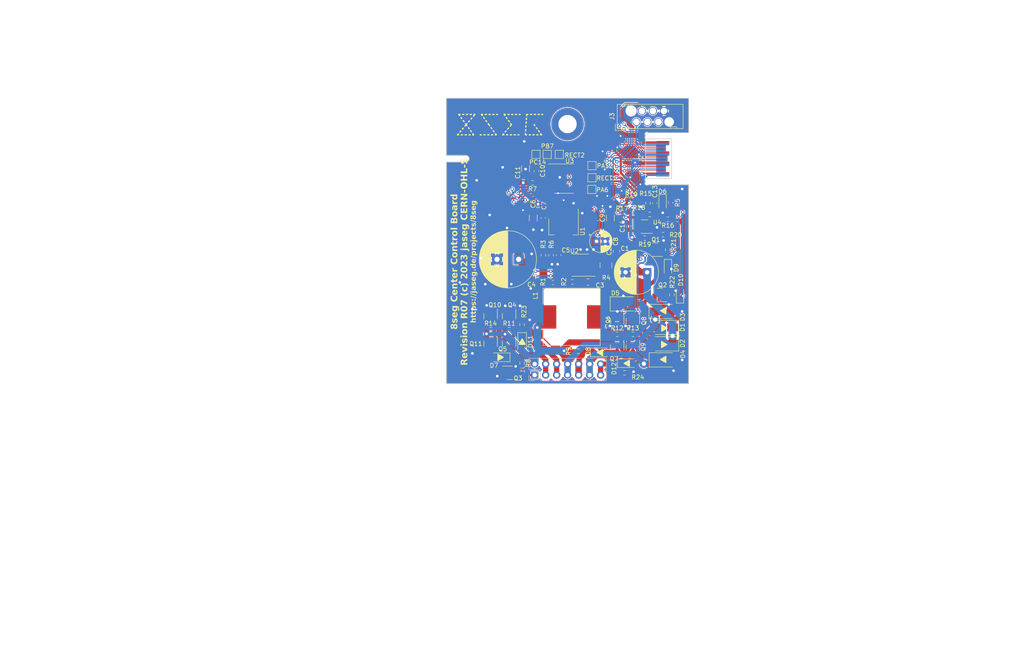
<source format=kicad_pcb>
(kicad_pcb (version 20230913) (generator pcbnew)

  (general
    (thickness 1.6)
  )

  (paper "A4")
  (layers
    (0 "F.Cu" signal)
    (31 "B.Cu" signal)
    (32 "B.Adhes" user "B.Adhesive")
    (33 "F.Adhes" user "F.Adhesive")
    (34 "B.Paste" user)
    (35 "F.Paste" user)
    (36 "B.SilkS" user "B.Silkscreen")
    (37 "F.SilkS" user "F.Silkscreen")
    (38 "B.Mask" user)
    (39 "F.Mask" user)
    (40 "Dwgs.User" user "User.Drawings")
    (41 "Cmts.User" user "User.Comments")
    (42 "Eco1.User" user "User.Eco1")
    (43 "Eco2.User" user "User.Eco2")
    (44 "Edge.Cuts" user)
    (45 "Margin" user)
    (46 "B.CrtYd" user "B.Courtyard")
    (47 "F.CrtYd" user "F.Courtyard")
    (48 "B.Fab" user)
    (49 "F.Fab" user)
    (50 "User.1" user)
  )

  (setup
    (stackup
      (layer "F.SilkS" (type "Top Silk Screen"))
      (layer "F.Paste" (type "Top Solder Paste"))
      (layer "F.Mask" (type "Top Solder Mask") (thickness 0.01))
      (layer "F.Cu" (type "copper") (thickness 0.035))
      (layer "dielectric 1" (type "core") (thickness 1.51) (material "FR4") (epsilon_r 4.5) (loss_tangent 0.02))
      (layer "B.Cu" (type "copper") (thickness 0.035))
      (layer "B.Mask" (type "Bottom Solder Mask") (thickness 0.01))
      (layer "B.Paste" (type "Bottom Solder Paste"))
      (layer "B.SilkS" (type "Bottom Silk Screen"))
      (copper_finish "None")
      (dielectric_constraints no)
    )
    (pad_to_mask_clearance 0)
    (pcbplotparams
      (layerselection 0x00010fc_ffffffff)
      (plot_on_all_layers_selection 0x0000000_00000000)
      (disableapertmacros false)
      (usegerberextensions false)
      (usegerberattributes false)
      (usegerberadvancedattributes false)
      (creategerberjobfile false)
      (dashed_line_dash_ratio 12.000000)
      (dashed_line_gap_ratio 3.000000)
      (svgprecision 6)
      (plotframeref false)
      (viasonmask false)
      (mode 1)
      (useauxorigin false)
      (hpglpennumber 1)
      (hpglpenspeed 20)
      (hpglpendiameter 15.000000)
      (pdf_front_fp_property_popups true)
      (pdf_back_fp_property_popups true)
      (dxfpolygonmode true)
      (dxfimperialunits true)
      (dxfusepcbnewfont true)
      (psnegative false)
      (psa4output false)
      (plotreference true)
      (plotvalue true)
      (plotfptext true)
      (plotinvisibletext false)
      (sketchpadsonfab false)
      (subtractmaskfromsilk false)
      (outputformat 1)
      (mirror false)
      (drillshape 0)
      (scaleselection 1)
      (outputdirectory "gerber")
    )
  )

  (property "board_date" "2023-11-04")
  (property "board_rev" "R07")

  (net 0 "")
  (net 1 "+12V")
  (net 2 "GND")
  (net 3 "+3V3")
  (net 4 "Net-(Q4-D)")
  (net 5 "Net-(D5-K)")
  (net 6 "Net-(U2-FB)")
  (net 7 "/Vmeas_A")
  (net 8 "Net-(Q6-D)")
  (net 9 "/CH2")
  (net 10 "/CH3")
  (net 11 "/Q2")
  (net 12 "/Q0")
  (net 13 "/Q3")
  (net 14 "/Q1")
  (net 15 "/SWCLK")
  (net 16 "/SWDIO")
  (net 17 "/CH0")
  (net 18 "/LOAD")
  (net 19 "/CH1")
  (net 20 "+VSW")
  (net 21 "Net-(Q8-D)")
  (net 22 "/LED_K")
  (net 23 "Net-(Q10-D)")
  (net 24 "/C1")
  (net 25 "/ILIM")
  (net 26 "/DBG1")
  (net 27 "Net-(C3-Pad1)")
  (net 28 "/DBG2")
  (net 29 "/TX_POK")
  (net 30 "/TX_EN")
  (net 31 "/Vdiff")
  (net 32 "/RECT1")
  (net 33 "/RECT2")
  (net 34 "Net-(U2-BS)")
  (net 35 "/C2")
  (net 36 "Net-(U4-+)")
  (net 37 "Net-(U4--)")
  (net 38 "Net-(D7-A)")
  (net 39 "Net-(D8-A)")
  (net 40 "Net-(D11-A)")
  (net 41 "Net-(D12-A)")
  (net 42 "/NRST")
  (net 43 "Net-(U3-PA12{slash}PA10)")
  (net 44 "Net-(U3-PC14{slash}PB9)")
  (net 45 "unconnected-(J2-Pin_2-Pad2)")

  (footprint "Capacitor_SMD:C_1206_3216Metric" (layer "F.Cu") (at 170.075 94.71 -90))

  (footprint "Capacitor_SMD:C_0603_1608Metric" (layer "F.Cu") (at 172.4 94.71 -90))

  (footprint "Capacitor_SMD:C_1206_3216Metric" (layer "F.Cu") (at 187.9 94.7 90))

  (footprint "Capacitor_SMD:C_0603_1608Metric" (layer "F.Cu") (at 170.811641 83.85 -90))

  (footprint "Diode_SMD:D_SMA" (layer "F.Cu") (at 200.270651 123.8 180))

  (footprint "Resistor_SMD:R_0603_1608Metric_Pad1.05x0.95mm_HandSolder" (layer "F.Cu") (at 201.85 91.175 90))

  (footprint "Resistor_SMD:R_0603_1608Metric" (layer "F.Cu") (at 169.925 86.563359 180))

  (footprint "Package_TO_SOT_SMD:SOT-223" (layer "F.Cu") (at 177.075 96.71 -90))

  (footprint "Capacitor_THT:CP_Radial_D5.0mm_P2.00mm" (layer "F.Cu") (at 184.7 100.1))

  (footprint "Capacitor_THT:CP_Radial_D13.0mm_P5.00mm" (layer "F.Cu") (at 166.7 104.260774 180))

  (footprint "Diode_SMD:D_SMA" (layer "F.Cu") (at 200.270651 120 180))

  (footprint "Diode_SMD:D_SMA" (layer "F.Cu") (at 200.220651 116.3))

  (footprint "Diode_SMD:D_SMA" (layer "F.Cu") (at 200.270651 127.5))

  (footprint "Diode_SMD:D_SMA" (layer "F.Cu") (at 191.255 114.56))

  (footprint "Capacitor_SMD:C_0603_1608Metric" (layer "F.Cu") (at 175.95 103.292956 -90))

  (footprint "Resistor_SMD:R_0603_1608Metric" (layer "F.Cu") (at 179.1 109.492956 180))

  (footprint "Resistor_SMD:R_0603_1608Metric" (layer "F.Cu") (at 172.407044 103.292956 90))

  (footprint "Resistor_SMD:R_0603_1608Metric" (layer "F.Cu") (at 174.2 103.292956 -90))

  (footprint "Resistor_SMD:R_0603_1608Metric_Pad1.05x0.95mm_HandSolder" (layer "F.Cu") (at 174.615 109.63))

  (footprint "Inductor_SMD:L_Neosid_SM-NE127_HandSoldering" (layer "F.Cu") (at 178.95 117.575))

  (footprint "Package_SO:SOIC-8-1EP_3.9x4.9mm_P1.27mm_EP2.29x3mm" (layer "F.Cu") (at 180.95 105.607044 180))

  (footprint "Capacitor_SMD:C_0805_2012Metric" (layer "F.Cu") (at 189.3 102.4 90))

  (footprint "Capacitor_SMD:C_0805_2012Metric" (layer "F.Cu") (at 182.7 109.492956))

  (footprint "Resistor_SMD:R_1210_3225Metric" (layer "F.Cu") (at 186.875 105.65 90))

  (footprint "Diode_SMD:D_SOD-323_HandSoldering" (layer "F.Cu") (at 199.975 91.175 -90))

  (footprint "Capacitor_THT:CP_Radial_D10.0mm_P5.00mm" (layer "F.Cu")
    (tstamp 00000000-0000-0000-0000-00005de9b522)
    (at 196.39556 107.254299 180)
    (descr "CP, Radial series, Radial, pin pitch=5.00mm, , diameter=10mm, Electrolytic Capacitor")
    (tags "CP Radial series Radial pin pitch 5.00mm  diameter 10mm Electrolytic Capacitor")
    (property "Reference" "C1" (at 5.125 5.5 0) (layer "F.SilkS") (tstamp d3f92e88-a579-4801-81e6-1ef12433ad87)
      (effects (font (size 1 1) (thickness 0.15)))
    )
    (property "Value" "220u/63V" (at 9.275 6.975 90) (layer "F.Fab") (tstamp f86bed3f-e065-4af8-9f70-6e45c51405c4)
      (effects (font (size 1 1) (thickness 0.15)))
    )
    (property "Footprint" "Capacitor_THT:CP_Radial_D10.0mm_P5.00mm" (at 0 0 180 unlocked) (layer "F.Fab") hide (tstamp ffc1f911-bbf0-434a-bf97-52516797aa4d)
      (effects (font (size 1.27 1.27)))
    )
    (property "Datasheet" "" (at 0 0 180 unlocked) (layer "F.Fab") hide (tstamp 4efa6992-81eb-4c00-a9ab-2f249e57b668)
      (effects (font (size 1.27 1.27)))
    )
    (property "Description" "" (at 0 0 180 unlocked) (layer "F.Fab") hide (tstamp 5d39cb20-422e-4103-bc33-fef4ba35e7c3)
      (effects (font (size 1.27 1.27)))
    )
    (property "LCSC" "C324050" (at 0 0 0) (layer "F.Fab") hide (tstamp a58df9e6-1ece-49ab-896c-aecfe8b4b2ee)
      (effects (font (size 1 1) (thickness 0.15)))
    )
    (property "Mfg" "Rubycon" (at 0 0 0) (layer "F.Fab") hide (tstamp fca62e29-a933-46ee-8c4f-806df7dc1e6b)
      (effects (font (size 1 1) (thickness 0.15)))
    )
    (property "PN" "63YXF220MFFCT810X20" (at 0 0 0) (layer "F.Fab") hide (tstamp 62f7ee07-ef26-4bdb-a15e-9097552d5931)
      (effects (font (size 1 1) (thickness 0.15)))
    )
    (property "Quantity" "" (at 0 0 180 unlocked) (layer "F.Fab") hide (tstamp b2e52eae-b749-499a-b7d4-6bf02331f608)
      (effects (font (size 1 1) (thickness 0.15)))
    )
    (property "Field-1" "" (at 0 0 180 unlocked) (layer "F.Fab") hide (tstamp 13b40f92-85ab-47f8-b0c8-7c412d270368)
      (effects (font (size 1 1) (thickness 0.15)))
    )
    (property "JLCPCB_IGNORE" "yes" (at 0 0 180 unlocked) (layer "F.Fab") hide (tstamp 38c14bf9-4122-4d22-8993-8e25f290c839)
      (effects (font (size 1 1) (thickness 0.15)))
    )
    (property "JLCPCB_CORRECTION" "" (at 0 0 180 unlocked) (layer "F.Fab") hide (tstamp 96320751-e353-4aed-b2f3-076a272ac012)
      (effects (font (size 1 1) (thickness 0.15)))
    )
    (property ki_fp_filters "CP_*")
    (path "/00000000-0000-0000-0000-00005df2dad7")
    (sheetfile "center.kicad_sch")
    (attr through_hole exclude_from_pos_files)
    (fp_line (start 7.581 -0.599) (end 7.581 0.599)
      (stroke (width 0.12) (type solid)) (layer "F.SilkS") (tstamp 15e25113-5487-457c-b8c5-2560a1693bbd))
    (fp_line (start 7.541 -0.862) (end 7.541 0.862)
      (stroke (width 0.12) (type solid)) (layer "F.SilkS") (tstamp 250f4a5c-9198-4a89-87e1-f37e98bb8784))
    (fp_line (start 7.501 -1.062) (end 7.501 1.062)
      (stroke (width 0.12) (type solid)) (layer "F.SilkS") (tstamp aa9463dc-2d23-49b6-9587-528b7334c593))
    (fp_line (start 7.461 -1.23) (end 7.461 1.23)
      (stroke (width 0.12) (type solid)) (layer "F.SilkS") (tstamp 8600408e-1694-4bcf-9162-2a380228df2d))
    (fp_line (start 7.421 -1.378) (end 7.421 1.378)
      (stroke (width 0.12) (type solid)) (layer "F.SilkS") (tstamp b82deec3-529f-4cb2-bca9-f573864dcc58))
    (fp_line (start 7.381 -1.51) (end 7.381 1.51)
      (stroke (width 0.12) (type solid)) (layer "F.SilkS") (tstamp 17e01c5e-b60d-4937-b6c8-5caf10c3860f))
    (fp_line (start 7.341 -1.63) (end 7.341 1.63)
      (stroke (width 0.12) (type solid)) (layer "F.SilkS") (tstamp c350cf68-11ad-4c33-853e-e3e88ba9cd11))
    (fp_line (start 7.301 -1.742) (end 7.301 1.742)
      (stroke (width 0.12) (type solid)) (layer "F.SilkS") (tstamp b17ea7c6-1e8c-4b5c-9e14-b69f6605270b))
    (fp_line (start 7.261 -1.846) (end 7.261 1.846)
      (stroke (width 0.12) (type solid)) (layer "F.SilkS") (tstamp 35f55f8f-7d1e-4c79-b2d1-5362f15e6661))
    (fp_line (start 7.221 -1.944) (end 7.221 1.944)
      (stroke (width 0.12) (type solid)) (layer "F.SilkS") (tstamp 2858452f-e51a-4b86-befd-5806f9edbcd5))
    (fp_line (start 7.181 -2.037) (end 7.181 2.037)
      (stroke (width 0.12) (type solid)) (layer "F.SilkS") (tstamp 84f9e1b7-f5b3-478d-ace9-dfcde2720f73))
    (fp_line (start 7.141 -2.125) (end 7.141 2.125)
      (stroke (width 0.12) (type solid)) (layer "F.SilkS") (tstamp e7768c37-d620-4f3a-b954-58e5e89e6a99))
    (fp_line (start 7.101 -2.209) (end 7.101 2.209)
      (stroke (width 0.12) (type solid)) (layer "F.SilkS") (tstamp b47ac893-0190-4517-8763-bf7a702cac4a))
    (fp_line (start 7.061 -2.289) (end 7.061 2.289)
      (stroke (width 0.12) (type solid)) (layer "F.SilkS") (tstamp d33b14f8-fe13-4fd4-8916-4f017629a122))
    (fp_line (start 7.021 -2.365) (end 7.021 2.365)
      (stroke (width 0.12) (type solid)) (layer "F.SilkS") (tstamp f3fc5686-f4e2-4662-98b0-42f5c06847e9))
    (fp_line (start 6.981 -2.439) (end 6.981 2.439)
      (stroke (width 0.12) (type solid)) (layer "F.SilkS") (tstamp d497ba5c-fa64-41a3-8941-195e1f2aff9b))
    (fp_line (start 6.941 -2.51) (end 6.941 2.51)
      (stroke (width 0.12) (type solid)) (layer "F.SilkS") (tstamp 5fffff71-0f27-4651-8f47-c94df8543c06))
    (fp_line (start 6.901 -2.579) (end 6.901 2.579)
      (stroke (width 0.12) (type solid)) (layer "F.SilkS") (tstamp 1ab5fd19-f859-4e9d-a0ce-69e3d9f2679b))
    (fp_line (start 6.861 -2.645) (end 6.861 2.645)
      (stroke (width 0.12) (type solid)) (layer "F.SilkS") (tstamp 7f837871-38a7-478d-9253-66bf1da360d5))
    (fp_line (start 6.821 -2.709) (end 6.821 2.709)
      (stroke (width 0.12) (type solid)) (layer "F.SilkS") (tstamp 3a1fd05e-697b-4db8-9d2e-f415bbdd5e90))
    (fp_line (start 6.781 -2.77) (end 6.781 2.77)
      (stroke (width 0.12) (type solid)) (layer "F.SilkS") (tstamp 6494c15d-15c0-40ff-9ed5-a7fea88ae43f))
    (fp_line (start 6.741 -2.83) (end 6.741 2.83)
      (stroke (width 0.12) (type solid)) (layer "F.SilkS") (tstamp 79565971-b1d4-434a-ab38-d9e009f03c0c))
    (fp_line (start 6.701 -2.889) (end 6.701 2.889)
      (stroke (width 0.12) (type solid)) (layer "F.SilkS") (tstamp c61c2e48-fe0c-4607-bff7-93f998099f6d))
    (fp_line (start 6.661 -2.945) (end 6.661 2.945)
      (stroke (width 0.12) (type solid)) (layer "F.SilkS") (tstamp 441f7003-e100-4bc1-927d-fd869c2db0e7))
    (fp_line (start 6.621 -3) (end 6.621 3)
      (stroke (width 0.12) (type solid)) (layer "F.SilkS") (tstamp d34a2c45-2bbb-4ce8-8dc4-e565ffd6d25a))
    (fp_line (start 6.581 -3.054) (end 6.581 3.054)
      (stroke (width 0.12) (type solid)) (layer "F.SilkS") (tstamp d21a7016-c08f-4f93-9126-9c4b11273dcd))
    (fp_line (start 6.541 -3.106) (end 6.541 3.106)
      (stroke (width 0.12) (type solid)) (layer "F.SilkS") (tstamp c43f472c-30cd-4e47-9a24-975bbb5c4fd9))
    (fp_line (start 6.501 -3.156) (end 6.501 3.156)
      (stroke (width 0.12) (type solid)) (layer "F.SilkS") (tstamp c82b0843-a08b-455c-a36c-5325990db7fe))
    (fp_line (start 6.461 -3.206) (end 6.461 3.206)
      (stroke (width 0.12) (type solid)) (layer "F.SilkS") (tstamp 265a23cf-00e6-4bcf-8ce1-4986182f2ceb))
    (fp_line (start 6.421 -3.254) (end 6.421 3.254)
      (stroke (width 0.12) (type solid)) (layer "F.SilkS") (tstamp 9c4393ec-c5a2-4c15-9f7a-592189d82843))
    (fp_line (start 6.381 -3.301) (end 6.381 3.301)
      (stroke (width 0.12) (type solid)) (layer "F.SilkS") (tstamp 5a449993-f60e-4184-ba9e-8833f68eab80))
    (fp_line (start 6.341 -3.347) (end 6.341 3.347)
      (stroke (width 0.12) (type solid)) (layer "F.SilkS") (tstamp cd8f7c67-5d4a-40d7-b861-845b5f728216))
    (fp_line (start 6.301 -3.392) (end 6.301 3.392)
      (stroke (width 0.12) (type solid)) (layer "F.SilkS") (tstamp 69447eab-a091-4367-8812-473142c2d135))
    (fp_line (start 6.261 -3.436) (end 6.261 3.436)
      (stroke (width 0.12) (type solid)) (layer "F.SilkS") (tstamp 22f67690-71a0-45d7-bffd-9e2cc8f0a1b8))
    (fp_line (start 6.221 1.241) (end 6.221 3.478)
      (stroke (width 0.12) (type solid)) (layer "F.SilkS") (tstamp 00a0a916-670b-4338-a41e-a2ed32a9d551))
    (fp_line (start 6.221 -3.478) (end 6.221 -1.241)
      (stroke (width 0.12) (type solid)) (layer "F.SilkS") (tstamp d635344e-3f07-4b40-8bb3-9e8291ed015f))
    (fp_line (start 6.181 1.241) (end 6.181 3.52)
      (stroke (width 0.12) (type solid)) (layer "F.SilkS") (tstamp 6b857357-b92f-40e3-8551-a46d23378311))
    (fp_line (start 6.181 -3.52) (end 6.181 -1.241)
      (stroke (width 0.12) (type solid)) (layer "F.SilkS") (tstamp 856475ed-a198-49ea-9684-f67b277b6f68))
    (fp_line (start 6.141 1.241) (end 6.141 3.561)
      (stroke (width 0.12) (type solid)) (layer "F.SilkS") (tstamp 17315190-1be8-411e-a935-73ad6d9c5746))
    (fp_line (start 6.141 -3.561) (end 6.141 -1.241)
      (stroke (width 0.12) (type solid)) (layer "F.SilkS") (tstamp f9248d3d-d9c7-4a30-b3db-e7a1ae9bdd07))
    (fp_line (start 6.101 1.241) (end 6.101 3.601)
      (stroke (width 0.12) (type solid)) (layer "F.SilkS") (tstamp 47a7bd5c-1887-4da2-9186-ecb1db2dd2a7))
    (fp_line (start 6.101 -3.601) (end 6.101 -1.241)
      (stroke (width 0.12) (type solid)) (layer "F.SilkS") (tstamp 13ce2ce5-c4ea-4c7d-97ba-c7f25752f9e1))
    (fp_line (start 6.061 1.241) (end 6.061 3.64)
      (stroke (width 0.12) (type solid)) (layer "F.SilkS") (tstamp 76a8e096-2f83-40e5-9ea0-0a3c4d546daf))
    (fp_line (start 6.061 -3.64) (end 6.061 -1.241)
      (stroke (width 0.12) (type solid)) (layer "F.SilkS") (tstamp b04628a3-07e8-473e-b26f-0c30a99f3242))
    (fp_line (start 6.021 1.241) (end 6.021 3.679)
      (stroke (width 0.12) (type solid)) (layer "F.SilkS") (tstamp 9d1bb8ad-c8c8-410f-bc69-6c9f80ad0c70))
    (fp_line (start 6.021 -3.679) (end 6.021 -1.241)
      (stroke (width 0.12) (type solid)) (layer "F.SilkS") (tstamp 97571bf5-5a5b-4a61-8fcc-2277f109f682))
    (fp_line (start 5.981 1.241) (end 5.981 3.716)
      (stroke (width 0.12) (type solid)) (layer "F.SilkS") (tstamp c38bb519-e63b-4129-8ce2-b1fdcbbc1c3b))
    (fp_line (start 5.981 -3.716) (end 5.981 -1.241)
      (stroke (width 0.12) (type solid)) (layer "F.SilkS") (tstamp a806cecb-b2d6-43a5-ab62-54481ac5dcff))
    (fp_line (start 5.941 1.241) (end 5.941 3.753)
      (stroke (width 0.12) (type solid)) (layer "F.SilkS") (tstamp f63e7aaf-512a-40c3-bd2d-c12b3d6904f2))
    (fp_line (start 5.941 -3.753) (end 5.941 -1.241)
      (stroke (width 0.12) (type solid)) (layer "F.SilkS") (tstamp d3e3427d-c25a-4ad0-b4ab-28f0e1106f35))
    (fp_line (start 5.901 1.241) (end 5.901 3.789)
      (stroke (width 0.12) (type solid)) (layer "F.SilkS") (tstamp 1737ad66-ada6-476f-9118-fb91296bd770))
    (fp_line (start 5.901 -3.789) (end 5.901 -1.241)
      (stroke (width 0.12) (type solid)) (layer "F.SilkS") (tstamp b46ef975-4d92-4b09-bd35-edaa249d0079))
    (fp_line (start 5.861 1.241) (end 5.861 3.824)
      (stroke (width 0.12) (type solid)) (layer "F.SilkS") (tstamp 93c3ea81-df48-4fbb-905c-99d1773dd83f))
    (fp_line (start 5.861 -3.824) (end 5.861 -1.241)
      (stroke (width 0.12) (type solid)) (layer "F.SilkS") (tstamp 7e69914b-1232-4539-bb8b-efaa4a5e2863))
    (fp_line (start 5.821 1.241) (end 5.821 3.858)
      (stroke (width 0.12) (type solid)) (layer "F.SilkS") (tstamp 7312c4e0-06f5-43bc-bf66-946f9d9c8abc))
    (fp_line (start 5.821 -3.858) (end 5.821 -1.241)
      (stroke (width 0.12) (type solid)) (layer "F.SilkS") (tstamp b1870f98-1af8-4d13-9ace-f7aa185839c7))
    (fp_line (start 5.781 1.241) (end 5.781 3.892)
      (stroke (width 0.12) (type solid)) (layer "F.SilkS") (tstamp 26a41f3e-51a8-4a23-ad13-2c19d94031f0))
    (fp_line (start 5.781 -3.892) (end 5.781 -1.241)
      (stroke (width 0.12) (type solid)) (layer "F.SilkS") (tstamp a8b9ffde-915c-4176-9335-691836a5ac66))
    (fp_line (start 5.741 1.241) (end 5.741 3.925)
      (stroke (width 0.12) (type solid)) (layer "F.SilkS") (tstamp 4b9dea06-c8d8-423e-99a8-c96b3b9083b6))
    (fp_line (start 5.741 -3.925) (end 5.741 -1.241)
      (stroke (width 0.12) (type solid)) (layer "F.SilkS") (tstamp e6fa3c88-2a6c-48d2-9113-acd0695172ec))
    (fp_line (start 5.701 1.241) (end 5.701 3.957)
      (stroke (width 0.12) (type solid)) (layer "F.SilkS") (tstamp 1a9f1231-3889-402e-88d4-92d0d7af4683))
    (fp_line (start 5.701 -3.957) (end 5.701 -1.241)
      (stroke (width 0.12) (type solid)) (layer "F.SilkS") (tstamp edfc5db9-8ff3-4694-b0d5-11d732da02e9))
    (fp_line (start 5.661 1.241) (end 5.661 3.989)
      (stroke (width 0.12) (type solid)) (layer "F.SilkS") (tstamp 9fc4e90d-ea1b-49f3-9d4b-e3b2d4e2ebb4))
    (fp_line (start 5.661 -3.989) (end 5.661 -1.241)
      (stroke (width 0.12) (type solid)) (layer "F.SilkS") (tstamp 3d9b8596-0182-40d6-a330-42bbeb526fad))
    (fp_line (start 5.621 1.241) (end 5.621 4.02)
      (stroke (width 0.12) (type solid)) (layer "F.SilkS") (tstamp b10e8e39-131b-4302-8442-ad92a419c842))
    (fp_line (start 5.621 -4.02) (end 5.621 -1.241)
      (stroke (width 0.12) (type solid)) (layer "F.SilkS") (tstamp a277a28f-e441-4d89-9a97-992098c34bd7))
    (fp_line (start 5.581 1.241) (end 5.581 4.05)
      (stroke (width 0.12) (type solid)) (layer "F.SilkS") (tstamp 32141158-a292-4ddc-8315-84e2605f0643))
    (fp_line (start 5.581 -4.05) (end 5.581 -1.241)
      (stroke (width 0.12) (type solid)) (layer "F.SilkS") (tstamp 27abaacd-1c6d-4a7f-9745-b0da47fa6c55))
    (fp_line (start 5.541 1.241) (end 5.541 4.08)
      (stroke (width 0.12) (type solid)) (layer "F.SilkS") (tstamp d10f7314-5e9b-4049-ab7d-8571ac41259a))
    (fp_line (start 5.541 -4.08) (end 5.541 -1.241)
      (stroke (width 0.12) (type solid)) (layer "F.SilkS") (tstamp f065860a-d4dd-4f4c-bb02-4838a01de2f2))
    (fp_line (start 5.501 1.241) (end 5.501 4.11)
      (stroke (width 0.12) (type solid)) (layer "F.SilkS") (tstamp 57267124-c236-455b-b288-017fa13d1943))
    (fp_line (start 5.501 -4.11) (end 5.501 -1.241)
      (stroke (width 0.12) (type solid)) (layer "F.SilkS") (tstamp 4ed064ec-e1e2-47e8-be3f-4fb4b13d4913))
    (fp_line (start 5.461 1.241) (end 5.461 4.138)
      (stroke (width 0.12) (type solid)) (layer "F.SilkS") (tstamp c8c0b889-4e45-48c3-a849-471a76dc4d53))
    (fp_line (start 5.461 -4.138) (end 5.461 -1.241)
      (stroke (width 0.12) (type solid)) (layer "F.SilkS") (tstamp 4d6eb585-e508-402e-ab20-e8064267ad8d))
    (fp_line (start 5.421 1.241) (end 5.421 4.166)
      (stroke (width 0.12) (type solid)) (layer "F.SilkS") (tstamp c1fd2e8d-ee4f-44f7-8ac0-3c812a53d4e2))
    (fp_line (start 5.421 -4.166) (end 5.421 -1.241)
      (stroke (width 0.12) (type solid)) (layer "F.SilkS") (tstamp 8354317e-5240-418f-809d-3f7d678d748e))
    (fp_line (start 5.381 1.241) (end 5.381 4.194)
      (stroke (width 0.12) (type solid)) (layer "F.SilkS") (tstamp 4f730ad2-a39d-4279-bea2-ff85ed1c39be))
    (fp_line (start 5.381 -4.194) (end 5.381 -1.241)
      (stroke (width 0.12) (type solid)) (layer "F.SilkS") (tstamp a6ba18e7-890b-4f68-ac04-77c6c20988f5))
    (fp_line (start 5.341 1.241) (end 5.341 4.221)
      (stroke (width 0.12) (type solid)) (layer "F.SilkS") (tstamp 4a9b16df-b0e3-43bb-9a74-930e9b9774d2))
    (fp_line (start 5.341 -4.221) (end 5.341 -1.241)
      (stroke (width 0.12) (type solid)) (layer "F.SilkS") (tstamp 0fad3393-edf9-49e2-8070-73d9018f667f))
    (fp_line (start 5.301 1.241) (end 5.301 4.247)
      (stroke (width 0.12) (type solid)) (layer "F.SilkS") (tstamp 867f708e-bed0-4788-b373-bca75d47ea6c))
    (fp_line (start 5.301 -4.247) (end 5.301 -1.241)
      (stroke (width 0.12) (type solid)) (layer "F.SilkS") (tstamp da0c5f1d-8e5d-45ae-be95-0f167bc1ae8b))
    (fp_line (start 5.261 1.241) (end 5.261 4.273)
      (stroke (width 0.12) (type solid)) (layer "F.SilkS") (tstamp 47bd30e2-028b-4de6-ad44-8e80934dbc78))
    (fp_line (start 5.261 -4.273) (end 5.261 -1.241)
      (stroke (width 0.12) (type solid)) (layer "F.SilkS") (tstamp 3955128a-a92a-4402-bceb-021b51b6b2db))
    (fp_line (start 5.221 1.241) (end 5.221 4.298)
      (stroke (width 0.12) (type solid)) (layer "F.SilkS") (tstamp 9c601769-261f-4161-84d8-549060236b26))
    (fp_line (start 5.221 -4.298) (end 5.221 -1.241)
      (stroke (width 0.12) (type solid)) (layer "F.SilkS") (tstamp 9dc3b785-a56c-4a44-8415-30174b6f5105))
    (fp_line (start 5.181 1.241) (end 5.181 4.323)
      (stroke (width 0.12) (type solid)) (layer "F.SilkS") (tstamp 1c466cfd-e55e-41e7-b190-0da3145ad28d))
    (fp_line (start 5.181 -4.323) (end 5.181 -1.241)
      (stroke (width 0.12) (type solid)) (layer "F.SilkS") (tstamp 3c00fc32-4555-47b4-9265-d40b7337d66a))
    (fp_line (start 5.141 1.241) (end 5.141 4.347)
      (stroke (width 0.12) (type solid)) (layer "F.SilkS") (tstamp 606a16df-6fce-433c-a1c8-c853d77ea191))
    (fp_line (start 5.141 -4.347) (end 5.141 -1.241)
      (stroke (width 0.12) (type solid)) (layer "F.SilkS") (tstamp b02a265b-9380-4729-ad3a-7c05644a0fec))
    (fp_line (start 5.101 1.241) (end 5.101 4.371)
      (stroke (width 0.12) (type solid)) (layer "F.SilkS") (tstamp 26231e63-3e30-40b5-9cd3-bd98cd52e790))
    (fp_line (start 5.101 -4.371) (end 5.101 -1.241)
      (stroke (width 0.12) (type solid)) (layer "F.SilkS") (tstamp a2718cb5-68bc-4da4-8dda-9b7dd5b146e1))
    (fp_line (start 5.061 1.241) (end 5.061 4.395)
      (stroke (width 0.12) (type solid)) (layer "F.SilkS") (tstamp caa0133b-5cc5-4a6f-9099-d26677c17688))
    (fp_line (start 5.061 -4.395) (end 5.061 -1.241)
      (stroke (width 0.12) (type solid)) (layer "F.SilkS") (tstamp 775b7f19-acec-48a4-8688-ee1e2d5896a2))
    (fp_line (start 5.021 1.241) (end 5.021 4.417)
      (stroke (width 0.12) (type solid)) (layer "F.SilkS") (tstamp ec585c9a-6711-49c7-9d9c-576b66b3d197))
    (fp_line (start 5.021 -4.417) (end 5.021 -1.241)
      (stroke (width 0.12) (type solid)) (layer "F.SilkS") (tstamp 1116fb9b-8a9f-4611-b517-a16ad26b2fae))
    (fp_line (start 4.981 1.241) (end 4.981 4.44)
      (stroke (width 0.12) (type solid)) (layer "F.SilkS") (tstamp 620a05fd-d78e-42ae-a231-795be1f99103))
    (fp_line (start 4.981 -4.44) (end 4.981 -1.241)
      (stroke (width 0.12) (type solid)) (layer "F.SilkS") (tstamp 729b4bd8-ca5c-4723-af7e-a77a4b7f6790))
    (fp_line (start 4.941 1.241) (end 4.941 4.462)
      (stroke (width 0.12) (type solid)) (layer "F.SilkS") (tstamp e6a3ea4f-6ca7-4271-b5cf-aaf6d2156102))
    (fp_line (start 4.941 -4.462) (end 4.941 -1.241)
      (stroke (width 0.12) (type solid)) (layer "F.SilkS") (tstamp e0aa2d4f-a0b1-4d48-a517-6bd58571af18))
    (fp_line (start 4.901 1.241) (end 4.901 4.483)
      (stroke (width 0.12) (type solid)) (layer "F.SilkS") (tstamp a7350402-a3d3-4c2d-aa28-16477e999040))
    (fp_line (start 4.901 -4.483) (end 4.901 -1.241)
      (stroke (width 0.12) (type solid)) (layer "F.SilkS") (tstamp a533a92f-28be-430c-bb86-04c1b023762c))
    (fp_line (start 4.861 1.241) (end 4.861 4.504)
      (stroke (width 0.12) (type solid)) (layer "F.SilkS") (tstamp c22e6328-6212-4f94-8804-b22957ec0ef5))
    (fp_line (start 4.861 -4.504) (end 4.861 -1.241)
      (stroke (width 0.12) (type solid)) (layer "F.SilkS") (tstamp afa5fe75-2ac8-458e-81f6-5e23dd079f1e))
    (fp_line (start 4.821 1.241) (end 4.821 4.525)
      (stroke (width 0.12) (type solid)) (layer "F.SilkS") (tstamp c900868b-7c9b-4446-9a99-b180d9c91b4d))
    (fp_line (start 4.821 -4.525) (end 4.821 -1.241)
      (stroke (width 0.12) (type solid)) (layer "F.SilkS") (tstamp 028045da-c4c1-4522-8e54-c0762830254b))
    (fp_line (start 4.781 1.241) (end 4.781 4.545)
      (stroke (width 0.12) (type solid)) (layer "F.SilkS") (tstamp 658748e6-5129-49f9-94b2-61ec3313380a))
    (fp_line (start 4.781 -4.545) (end 4.781 -1.241)
      (stroke (width 0.12) (type solid)) (layer "F.SilkS") (tstamp e35b7635-fb04-4744-972f-afaa3143abf0))
    (fp_line (start 4.741 1.241) (end 4.741 4.564)
      (stroke (width 0.12) (type solid)) (layer "F.SilkS") (tstamp 25b242e1-439f-4d28-9e12-f2aa78258d79))
    (fp_line (star
... [1800805 chars truncated]
</source>
